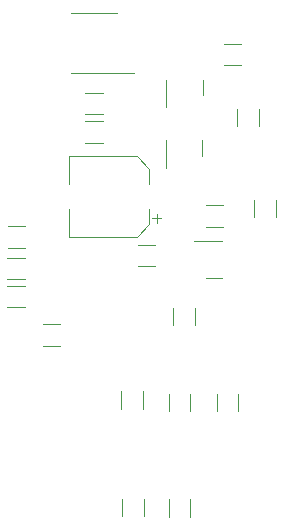
<source format=gbr>
%TF.GenerationSoftware,KiCad,Pcbnew,(6.0.1)*%
%TF.CreationDate,2022-02-20T06:36:07+01:00*%
%TF.ProjectId,OK,4f4b2e6b-6963-4616-945f-706362585858,rev?*%
%TF.SameCoordinates,Original*%
%TF.FileFunction,Legend,Top*%
%TF.FilePolarity,Positive*%
%FSLAX46Y46*%
G04 Gerber Fmt 4.6, Leading zero omitted, Abs format (unit mm)*
G04 Created by KiCad (PCBNEW (6.0.1)) date 2022-02-20 06:36:07*
%MOMM*%
%LPD*%
G01*
G04 APERTURE LIST*
%ADD10C,0.120000*%
G04 APERTURE END LIST*
D10*
%TO.C, *%
X118980000Y-45020000D02*
X118980000Y-44370000D01*
X118980000Y-45020000D02*
X118980000Y-46695000D01*
X122100000Y-45020000D02*
X122100000Y-45670000D01*
X122100000Y-45020000D02*
X122100000Y-44370000D01*
X126460000Y-54522936D02*
X126460000Y-55977064D01*
X128280000Y-54522936D02*
X128280000Y-55977064D01*
X118047064Y-60160000D02*
X116592936Y-60160000D01*
X118047064Y-58340000D02*
X116592936Y-58340000D01*
X121070000Y-81347064D02*
X121070000Y-79892936D01*
X119250000Y-81347064D02*
X119250000Y-79892936D01*
X112870000Y-43820000D02*
X116320000Y-43820000D01*
X112870000Y-38700000D02*
X110920000Y-38700000D01*
X112870000Y-43820000D02*
X110920000Y-43820000D01*
X112870000Y-38700000D02*
X114820000Y-38700000D01*
X126850000Y-46832936D02*
X126850000Y-48287064D01*
X125030000Y-46832936D02*
X125030000Y-48287064D01*
X125377064Y-41310000D02*
X123922936Y-41310000D01*
X125377064Y-43130000D02*
X123922936Y-43130000D01*
X119620000Y-65097064D02*
X119620000Y-63642936D01*
X121440000Y-65097064D02*
X121440000Y-63642936D01*
X122372936Y-56820000D02*
X123827064Y-56820000D01*
X122372936Y-55000000D02*
X123827064Y-55000000D01*
X117120000Y-81317064D02*
X117120000Y-79862936D01*
X115300000Y-81317064D02*
X115300000Y-79862936D01*
X115190000Y-72197064D02*
X115190000Y-70742936D01*
X117010000Y-72197064D02*
X117010000Y-70742936D01*
X118213750Y-56481250D02*
X118213750Y-55693750D01*
X116515563Y-57650000D02*
X110760000Y-57650000D01*
X116515563Y-50830000D02*
X110760000Y-50830000D01*
X117580000Y-56585563D02*
X116515563Y-57650000D01*
X117580000Y-56585563D02*
X117580000Y-55300000D01*
X118607500Y-56087500D02*
X117820000Y-56087500D01*
X110760000Y-50830000D02*
X110760000Y-53180000D01*
X117580000Y-51894437D02*
X117580000Y-53180000D01*
X110760000Y-57650000D02*
X110760000Y-55300000D01*
X117580000Y-51894437D02*
X116515563Y-50830000D01*
X123050000Y-58040000D02*
X121375000Y-58040000D01*
X123050000Y-61160000D02*
X123700000Y-61160000D01*
X123050000Y-58040000D02*
X123700000Y-58040000D01*
X123050000Y-61160000D02*
X122400000Y-61160000D01*
X113627064Y-49690000D02*
X112172936Y-49690000D01*
X113627064Y-47870000D02*
X112172936Y-47870000D01*
X121070000Y-72374564D02*
X121070000Y-70920436D01*
X119250000Y-72374564D02*
X119250000Y-70920436D01*
X108592936Y-66890000D02*
X110047064Y-66890000D01*
X108592936Y-65070000D02*
X110047064Y-65070000D01*
X118960000Y-50130000D02*
X118960000Y-51805000D01*
X122080000Y-50130000D02*
X122080000Y-49480000D01*
X118960000Y-50130000D02*
X118960000Y-49480000D01*
X122080000Y-50130000D02*
X122080000Y-50780000D01*
X107027064Y-61790000D02*
X105572936Y-61790000D01*
X107027064Y-63610000D02*
X105572936Y-63610000D01*
X125130000Y-72407064D02*
X125130000Y-70952936D01*
X123310000Y-72407064D02*
X123310000Y-70952936D01*
X107027064Y-59430000D02*
X105572936Y-59430000D01*
X107027064Y-61250000D02*
X105572936Y-61250000D01*
X113627064Y-47260000D02*
X112172936Y-47260000D01*
X113627064Y-45440000D02*
X112172936Y-45440000D01*
X107097064Y-56750000D02*
X105642936Y-56750000D01*
X107097064Y-58570000D02*
X105642936Y-58570000D01*
%TD*%
M02*

</source>
